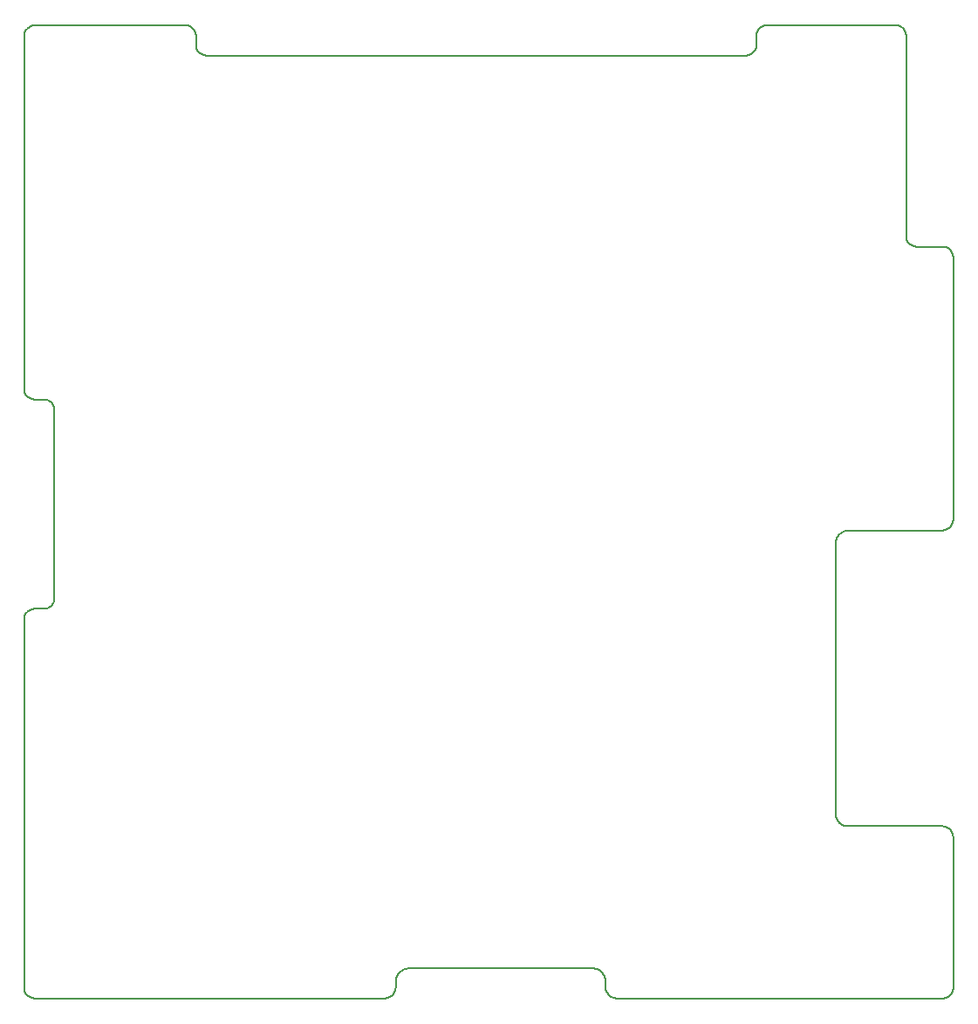
<source format=gbr>
G04 #@! TF.GenerationSoftware,KiCad,Pcbnew,(5.1.9)-1*
G04 #@! TF.CreationDate,2021-06-08T10:33:40+02:00*
G04 #@! TF.ProjectId,DynaQube,44796e61-5175-4626-952e-6b696361645f,v1.2*
G04 #@! TF.SameCoordinates,Original*
G04 #@! TF.FileFunction,Profile,NP*
%FSLAX46Y46*%
G04 Gerber Fmt 4.6, Leading zero omitted, Abs format (unit mm)*
G04 Created by KiCad (PCBNEW (5.1.9)-1) date 2021-06-08 10:33:40*
%MOMM*%
%LPD*%
G01*
G04 APERTURE LIST*
G04 #@! TA.AperFunction,Profile*
%ADD10C,0.200000*%
G04 #@! TD*
G04 APERTURE END LIST*
D10*
X117229558Y-126208661D02*
X117236711Y-140677664D01*
X117228459Y-126088387D02*
X117229558Y-126208661D01*
X106886186Y-96299789D02*
X116110796Y-96299789D01*
X107060796Y-124962086D02*
X116043276Y-124963387D01*
X117194552Y-125794982D02*
X117082465Y-125524381D01*
X117228459Y-126088387D02*
X117194552Y-125794982D01*
X116904161Y-125292009D02*
X116671790Y-125113705D01*
X117082465Y-125524381D02*
X116904161Y-125292009D01*
X116671790Y-125113705D02*
X116401188Y-125001618D01*
X116401188Y-125001618D02*
X116093186Y-124964886D01*
X117192633Y-95469666D02*
X117230796Y-95179789D01*
X116902756Y-95971748D02*
X117080745Y-95739789D01*
X116110796Y-96299789D02*
X116400674Y-96261625D01*
X117080745Y-95739789D02*
X117192633Y-95469666D01*
X116093186Y-124964886D02*
X116043276Y-124963387D01*
X116400674Y-96261625D02*
X116670796Y-96149737D01*
X116670796Y-96149737D02*
X116902756Y-95971748D01*
X105898596Y-97042689D02*
X105918296Y-96996886D01*
X106044396Y-96781886D02*
X106074826Y-96742286D01*
X105821756Y-97331489D02*
X105829516Y-97282188D01*
X105839316Y-97233188D02*
X105851146Y-97184688D01*
X105851146Y-97184688D02*
X105864986Y-97136787D01*
X105880816Y-97089389D02*
X105898596Y-97042689D01*
X105812036Y-97543288D02*
X105810866Y-97480788D01*
X106106876Y-96703986D02*
X106140486Y-96667087D01*
X106458237Y-96428088D02*
X106414406Y-96451987D01*
X106414406Y-96451987D02*
X106371606Y-96477687D01*
X105988607Y-96864688D02*
X106015646Y-96822688D01*
X106690176Y-96336887D02*
X106738556Y-96324588D01*
X105810866Y-97480788D02*
X105812416Y-97430888D01*
X106425266Y-124810788D02*
X106382206Y-124785489D01*
X105923516Y-124271088D02*
X105903336Y-124225388D01*
X105945587Y-124315888D02*
X105923516Y-124271088D01*
X106082686Y-124523987D02*
X106051846Y-124484688D01*
X105823496Y-123937386D02*
X105817286Y-123887887D01*
X105831776Y-123986687D02*
X105823496Y-123937386D01*
X106469346Y-124834187D02*
X106425266Y-124810788D01*
X106259826Y-124699288D02*
X106221536Y-124667187D01*
X106340226Y-124758488D02*
X106299406Y-124729687D01*
X106898606Y-124957989D02*
X106849006Y-124952286D01*
X106799686Y-124944588D02*
X106750726Y-124934788D01*
X106654246Y-124909089D02*
X106606896Y-124893288D01*
X106948406Y-124961686D02*
X106898606Y-124957989D01*
X106022667Y-124444188D02*
X105995206Y-124402489D01*
X106149136Y-124598489D02*
X106115136Y-124561887D01*
X106184616Y-124633588D02*
X106149136Y-124598489D01*
X106115136Y-124561887D02*
X106082686Y-124523987D01*
X106051846Y-124484688D02*
X106022667Y-124444188D01*
X105885076Y-124178887D02*
X105868756Y-124131688D01*
X105903336Y-124225388D02*
X105885076Y-124178887D01*
X105868756Y-124131688D02*
X105854426Y-124083886D01*
X105842086Y-124035489D02*
X105831776Y-123986687D01*
X105817286Y-123887887D02*
X105813136Y-123838189D01*
X106514366Y-124855786D02*
X106469346Y-124834187D01*
X106560237Y-124875489D02*
X106514366Y-124855786D01*
X106299406Y-124729687D02*
X106259826Y-124699288D01*
X106849006Y-124952286D02*
X106799686Y-124944588D01*
X106750726Y-124934788D02*
X106702226Y-124922887D01*
X106702226Y-124922887D02*
X106654246Y-124909089D01*
X106606896Y-124893288D02*
X106560237Y-124875489D01*
X107060796Y-124962086D02*
X106998316Y-124963189D01*
X106221536Y-124667187D02*
X106184616Y-124633588D01*
X105969496Y-124359688D02*
X105945587Y-124315888D01*
X105995206Y-124402489D02*
X105969496Y-124359688D01*
X105813136Y-123838189D02*
X105811056Y-123788289D01*
X106382206Y-124785489D02*
X106340226Y-124758488D01*
X105811056Y-123788289D02*
X105812096Y-123713288D01*
X105854426Y-124083886D02*
X105842086Y-124035489D01*
X106998316Y-124963189D02*
X106948406Y-124961686D01*
X105812096Y-123713288D02*
X105812036Y-97543288D01*
X105963346Y-96907786D02*
X105988607Y-96864688D01*
X106548696Y-96385787D02*
X106503026Y-96405986D01*
X106503026Y-96405986D02*
X106458237Y-96428088D01*
X106289396Y-96534389D02*
X106250126Y-96565189D01*
X106836646Y-96305987D02*
X106886186Y-96299789D01*
X106787406Y-96314288D02*
X106836646Y-96305987D01*
X105939896Y-96951888D02*
X105963346Y-96907786D01*
X106074826Y-96742286D02*
X106106876Y-96703986D01*
X106015646Y-96822688D02*
X106044396Y-96781886D01*
X105816056Y-97381087D02*
X105821756Y-97331489D01*
X105829516Y-97282188D02*
X105839316Y-97233188D01*
X105864986Y-97136787D02*
X105880816Y-97089389D01*
X105812416Y-97430888D02*
X105816056Y-97381087D01*
X106371606Y-96477687D02*
X106329906Y-96505187D01*
X106212176Y-96597587D02*
X106175616Y-96631587D01*
X106140486Y-96667087D02*
X106175616Y-96631587D01*
X106250126Y-96565189D02*
X106212176Y-96597587D01*
X106329906Y-96505187D02*
X106289396Y-96534389D01*
X106642346Y-96351287D02*
X106595167Y-96367587D01*
X106595167Y-96367587D02*
X106548696Y-96385787D01*
X106690176Y-96336887D02*
X106642346Y-96351287D01*
X106738556Y-96324588D02*
X106787406Y-96314288D01*
X105918296Y-96996886D02*
X105939896Y-96951888D01*
X112666682Y-48290603D02*
X112666540Y-51637093D01*
X27071969Y-48378597D02*
X27066712Y-82600796D01*
X42700000Y-47300000D02*
X28066712Y-47291264D01*
X62011613Y-141678459D02*
X61891339Y-141679558D01*
X29985152Y-102820796D02*
X29985452Y-84650799D01*
X117236711Y-69780898D02*
X117230796Y-95179789D01*
X61891339Y-141679558D02*
X28066747Y-141680738D01*
X84570211Y-141680796D02*
X116236711Y-141680535D01*
X112666540Y-51637093D02*
X112666066Y-67780797D01*
X28066712Y-103870796D02*
X28983730Y-103870796D01*
X29983730Y-102870796D02*
X29985152Y-102820796D01*
X29949656Y-103129615D02*
X29983730Y-102870796D01*
X29849755Y-103370796D02*
X29949656Y-103129615D01*
X29690836Y-103577903D02*
X29849755Y-103370796D01*
X29483730Y-103736822D02*
X29690836Y-103577903D01*
X29242549Y-103836722D02*
X29483730Y-103736822D01*
X28983730Y-103870796D02*
X29242549Y-103836722D01*
X28986565Y-83600797D02*
X28066710Y-83600797D01*
X27100786Y-104611977D02*
X27067023Y-104845896D01*
X27200687Y-104370796D02*
X27100786Y-104611977D01*
X27359606Y-104163690D02*
X27200687Y-104370796D01*
X27566712Y-104004771D02*
X27359606Y-104163690D01*
X27807893Y-103904871D02*
X27566712Y-104004771D01*
X28066712Y-103870796D02*
X27807893Y-103904871D01*
X29985452Y-84650799D02*
X29986418Y-84600945D01*
X29245379Y-83634910D02*
X28986565Y-83600797D01*
X29486545Y-83734846D02*
X29245379Y-83634910D01*
X29693629Y-83893795D02*
X29486545Y-83734846D01*
X29852517Y-84100925D02*
X29693629Y-83893795D01*
X29952382Y-84342120D02*
X29852517Y-84100925D01*
X29986418Y-84600945D02*
X29952382Y-84342120D01*
X27807891Y-83566723D02*
X28066710Y-83600797D01*
X27566711Y-83466822D02*
X27807891Y-83566723D01*
X27359604Y-83307903D02*
X27566711Y-83466822D01*
X27200686Y-83100796D02*
X27359604Y-83307903D01*
X27100786Y-82859615D02*
X27200686Y-83100796D01*
X27066712Y-82600796D02*
X27100786Y-82859615D01*
X27066972Y-140505756D02*
X27066712Y-140680772D01*
X27807927Y-141646672D02*
X28066747Y-141680738D01*
X27566742Y-141546780D02*
X27807927Y-141646672D01*
X27359630Y-141387869D02*
X27566742Y-141546780D01*
X27200704Y-141180768D02*
X27359630Y-141387869D01*
X27100795Y-140939590D02*
X27200704Y-141180768D01*
X27066712Y-140680772D02*
X27100795Y-140939590D01*
X111925529Y-47324655D02*
X111800000Y-47300000D01*
X112166707Y-47424563D02*
X111925529Y-47324655D01*
X112373809Y-47583488D02*
X112166707Y-47424563D01*
X112532722Y-47790599D02*
X112373809Y-47583488D01*
X112632615Y-48031783D02*
X112532722Y-47790599D01*
X112666682Y-48290603D02*
X112632615Y-48031783D01*
X113666066Y-68780854D02*
X116236711Y-68780898D01*
X113407240Y-68746771D02*
X113666066Y-68780854D01*
X113166055Y-68646861D02*
X113407240Y-68746771D01*
X112958947Y-68487932D02*
X113166055Y-68646861D01*
X112800030Y-68280815D02*
X112958947Y-68487932D01*
X112700133Y-68039625D02*
X112800030Y-68280815D01*
X112666066Y-67780797D02*
X112700133Y-68039625D01*
X116495530Y-68814972D02*
X116236711Y-68780898D01*
X116736711Y-68914872D02*
X116495530Y-68814972D01*
X116943818Y-69073791D02*
X116736711Y-68914872D01*
X117102737Y-69280898D02*
X116943818Y-69073791D01*
X117202637Y-69522079D02*
X117102737Y-69280898D01*
X117236711Y-69780898D02*
X117202637Y-69522079D01*
X117202637Y-140936483D02*
X117236711Y-140677664D01*
X117102737Y-141177664D02*
X117202637Y-140936483D01*
X116943818Y-141384771D02*
X117102737Y-141177664D01*
X116736711Y-141543689D02*
X116943818Y-141384771D01*
X116495530Y-141643590D02*
X116736711Y-141543689D01*
X116236711Y-141680535D02*
X116495530Y-141643590D01*
X99300000Y-47300224D02*
X111800000Y-47300000D01*
X98072638Y-49479616D02*
X98106712Y-49220797D01*
X97972738Y-49720797D02*
X98072638Y-49479616D01*
X97813819Y-49927904D02*
X97972738Y-49720797D01*
X97606712Y-50086823D02*
X97813819Y-49927904D01*
X97365531Y-50186723D02*
X97606712Y-50086823D01*
X97106712Y-50220797D02*
X97365531Y-50186723D01*
X97106712Y-50220797D02*
X96856712Y-50219600D01*
X98140786Y-48031979D02*
X98106712Y-48290798D01*
X98399606Y-47583692D02*
X98240687Y-47790798D01*
X98240687Y-47790798D02*
X98140786Y-48031979D01*
X98847893Y-47324873D02*
X98606712Y-47424773D01*
X99300000Y-47300224D02*
X98847893Y-47324873D01*
X98606712Y-47424773D02*
X98399606Y-47583692D01*
X98106712Y-48290798D02*
X98106712Y-49220797D01*
X27066712Y-48291264D02*
X27071969Y-48378597D01*
X27100786Y-48032445D02*
X27066712Y-48291264D01*
X27200687Y-47791264D02*
X27100786Y-48032445D01*
X27359606Y-47584157D02*
X27200687Y-47791264D01*
X27566712Y-47425238D02*
X27359606Y-47584157D01*
X27807893Y-47325338D02*
X27566712Y-47425238D01*
X28066712Y-47291264D02*
X27807893Y-47325338D01*
X44736712Y-50220797D02*
X44911711Y-50220501D01*
X44477893Y-50186723D02*
X44736712Y-50220797D01*
X44236712Y-50086823D02*
X44477893Y-50186723D01*
X44029606Y-49927904D02*
X44236712Y-50086823D01*
X43870687Y-49720797D02*
X44029606Y-49927904D01*
X43770786Y-49479616D02*
X43870687Y-49720797D01*
X43736712Y-49220797D02*
X43770786Y-49479616D01*
X43747590Y-48301860D02*
X43736712Y-49220797D01*
X42998347Y-47325427D02*
X42700000Y-47300000D01*
X43242151Y-47426415D02*
X42998347Y-47325427D01*
X43451511Y-47587062D02*
X43242151Y-47426415D01*
X43612158Y-47796421D02*
X43451511Y-47587062D01*
X43713145Y-48040226D02*
X43612158Y-47796421D01*
X43747590Y-48301860D02*
X43713145Y-48040226D01*
X83450211Y-139836186D02*
X83450211Y-140560796D01*
X63137914Y-140010796D02*
X63136613Y-140493276D01*
X62305018Y-141644552D02*
X62575619Y-141532465D01*
X62011613Y-141678459D02*
X62305018Y-141644552D01*
X62807991Y-141354161D02*
X62986295Y-141121790D01*
X62575619Y-141532465D02*
X62807991Y-141354161D01*
X62986295Y-141121790D02*
X63098382Y-140851188D01*
X63098382Y-140851188D02*
X63135114Y-140543186D01*
X84280334Y-141642633D02*
X84570211Y-141680796D01*
X83778252Y-141352756D02*
X84010211Y-141530745D01*
X83450211Y-140560796D02*
X83488375Y-140850674D01*
X84010211Y-141530745D02*
X84280334Y-141642633D01*
X63135114Y-140543186D02*
X63136613Y-140493276D01*
X83488375Y-140850674D02*
X83600263Y-141120796D01*
X83600263Y-141120796D02*
X83778252Y-141352756D01*
X82707311Y-138848596D02*
X82753114Y-138868296D01*
X82968114Y-138994396D02*
X83007714Y-139024826D01*
X82418511Y-138771756D02*
X82467812Y-138779516D01*
X82516812Y-138789316D02*
X82565312Y-138801146D01*
X82565312Y-138801146D02*
X82613213Y-138814986D01*
X82660611Y-138830816D02*
X82707311Y-138848596D01*
X82206712Y-138762036D02*
X82269212Y-138760866D01*
X83046014Y-139056876D02*
X83082913Y-139090486D01*
X83321912Y-139408237D02*
X83298013Y-139364406D01*
X83298013Y-139364406D02*
X83272313Y-139321606D01*
X82885312Y-138938607D02*
X82927312Y-138965646D01*
X83413113Y-139640176D02*
X83425412Y-139688556D01*
X82269212Y-138760866D02*
X82319112Y-138762416D01*
X63289212Y-139375266D02*
X63314511Y-139332206D01*
X63828912Y-138873516D02*
X63874612Y-138853336D01*
X63784112Y-138895587D02*
X63828912Y-138873516D01*
X63576013Y-139032686D02*
X63615312Y-139001846D01*
X64162614Y-138773496D02*
X64212113Y-138767286D01*
X64113313Y-138781776D02*
X64162614Y-138773496D01*
X63265813Y-139419346D02*
X63289212Y-139375266D01*
X63400712Y-139209826D02*
X63432813Y-139171536D01*
X63341512Y-139290226D02*
X63370313Y-139249406D01*
X63142011Y-139848606D02*
X63147714Y-139799006D01*
X63155412Y-139749686D02*
X63165212Y-139700726D01*
X63190911Y-139604246D02*
X63206712Y-139556896D01*
X63138314Y-139898406D02*
X63142011Y-139848606D01*
X63655812Y-138972667D02*
X63697511Y-138945206D01*
X63501511Y-139099136D02*
X63538113Y-139065136D01*
X63466412Y-139134616D02*
X63501511Y-139099136D01*
X63538113Y-139065136D02*
X63576013Y-139032686D01*
X63615312Y-139001846D02*
X63655812Y-138972667D01*
X63921113Y-138835076D02*
X63968312Y-138818756D01*
X63874612Y-138853336D02*
X63921113Y-138835076D01*
X63968312Y-138818756D02*
X64016114Y-138804426D01*
X64064511Y-138792086D02*
X64113313Y-138781776D01*
X64212113Y-138767286D02*
X64261811Y-138763136D01*
X63244214Y-139464366D02*
X63265813Y-139419346D01*
X63224511Y-139510237D02*
X63244214Y-139464366D01*
X63370313Y-139249406D02*
X63400712Y-139209826D01*
X63147714Y-139799006D02*
X63155412Y-139749686D01*
X63165212Y-139700726D02*
X63177113Y-139652226D01*
X63177113Y-139652226D02*
X63190911Y-139604246D01*
X63206712Y-139556896D02*
X63224511Y-139510237D01*
X63137914Y-140010796D02*
X63136811Y-139948316D01*
X63432813Y-139171536D02*
X63466412Y-139134616D01*
X63740312Y-138919496D02*
X63784112Y-138895587D01*
X63697511Y-138945206D02*
X63740312Y-138919496D01*
X64261811Y-138763136D02*
X64311711Y-138761056D01*
X63314511Y-139332206D02*
X63341512Y-139290226D01*
X64311711Y-138761056D02*
X64386712Y-138762096D01*
X64016114Y-138804426D02*
X64064511Y-138792086D01*
X63136811Y-139948316D02*
X63138314Y-139898406D01*
X44986712Y-50219494D02*
X44911711Y-50220501D01*
X64386712Y-138762096D02*
X82206712Y-138762036D01*
X82842214Y-138913346D02*
X82885312Y-138938607D01*
X83364213Y-139498696D02*
X83344014Y-139453026D01*
X83344014Y-139453026D02*
X83321912Y-139408237D01*
X83215611Y-139239396D02*
X83184811Y-139200126D01*
X83444013Y-139786646D02*
X83450211Y-139836186D01*
X83435712Y-139737406D02*
X83444013Y-139786646D01*
X82798112Y-138889896D02*
X82842214Y-138913346D01*
X83007714Y-139024826D02*
X83046014Y-139056876D01*
X82927312Y-138965646D02*
X82968114Y-138994396D01*
X82368913Y-138766056D02*
X82418511Y-138771756D01*
X82467812Y-138779516D02*
X82516812Y-138789316D01*
X82613213Y-138814986D02*
X82660611Y-138830816D01*
X82319112Y-138762416D02*
X82368913Y-138766056D01*
X83272313Y-139321606D02*
X83244813Y-139279906D01*
X83152413Y-139162176D02*
X83118413Y-139125616D01*
X83082913Y-139090486D02*
X83118413Y-139125616D01*
X83184811Y-139200126D02*
X83152413Y-139162176D01*
X83244813Y-139279906D02*
X83215611Y-139239396D01*
X83398713Y-139592346D02*
X83382413Y-139545167D01*
X83382413Y-139545167D02*
X83364213Y-139498696D01*
X83413113Y-139640176D02*
X83398713Y-139592346D01*
X83425412Y-139688556D02*
X83435712Y-139737406D01*
X82753114Y-138868296D02*
X82798112Y-138889896D01*
X96856712Y-50219600D02*
X44986712Y-50219494D01*
X27066972Y-140505756D02*
X27067023Y-104845896D01*
M02*

</source>
